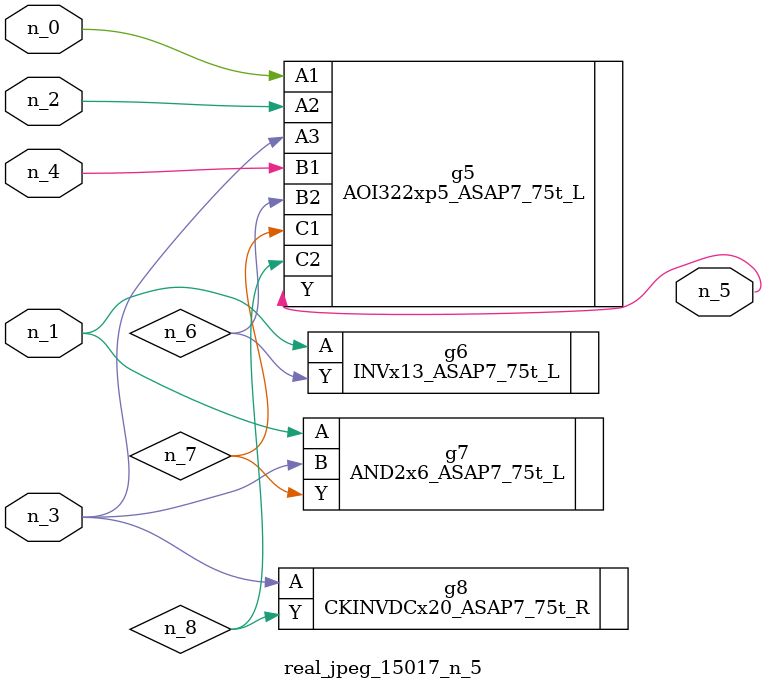
<source format=v>
module real_jpeg_15017_n_5 (n_4, n_0, n_1, n_2, n_3, n_5);

input n_4;
input n_0;
input n_1;
input n_2;
input n_3;

output n_5;

wire n_8;
wire n_6;
wire n_7;

AOI322xp5_ASAP7_75t_L g5 ( 
.A1(n_0),
.A2(n_2),
.A3(n_3),
.B1(n_4),
.B2(n_6),
.C1(n_7),
.C2(n_8),
.Y(n_5)
);

INVx13_ASAP7_75t_L g6 ( 
.A(n_1),
.Y(n_6)
);

AND2x6_ASAP7_75t_L g7 ( 
.A(n_1),
.B(n_3),
.Y(n_7)
);

CKINVDCx20_ASAP7_75t_R g8 ( 
.A(n_3),
.Y(n_8)
);


endmodule
</source>
